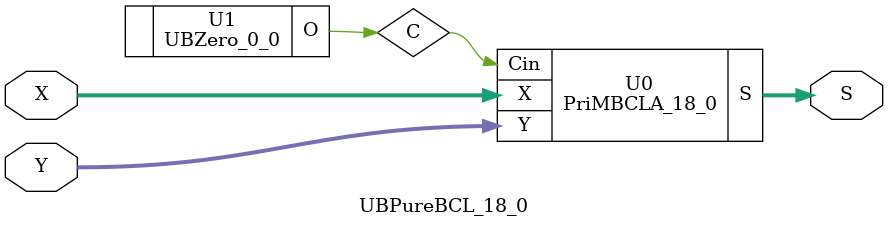
<source format=v>
/*----------------------------------------------------------------------------
  Copyright (c) 2021 Homma laboratory. All rights reserved.

  Top module: UBBCL_18_0_18_0

  Operand-1 length: 19
  Operand-2 length: 19
  Two-operand addition algorithm: Block carry look-ahead adder
----------------------------------------------------------------------------*/

module GPGenerator(Go, Po, A, B);
  output Go;
  output Po;
  input A;
  input B;
  assign Go = A & B;
  assign Po = A ^ B;
endmodule

module BCLAU_4(Go, Po, G, P, Cin);
  output Go;
  output Po;
  input Cin;
  input [3:0] G;
  input [3:0] P;
  assign Po = P[0] & P[1] & P[2] & P[3];
  assign Go = G[3] | ( P[3] & G[2] ) | ( P[3] & P[2] & G[1] ) | ( P[3] & P[2] & P[1] & G[0] );
endmodule

module BCLAlU_4(Go, Po, S, X, Y, Cin);
  output Go;
  output Po;
  output [3:0] S;
  input Cin;
  input [3:0] X;
  input [3:0] Y;
  wire [3:1] C;
  wire [3:0] G;
  wire [3:0] P;
  assign C[1] = G[0] | ( P[0] & Cin );
  assign C[2] = G[1] | ( P[1] & C[1] );
  assign C[3] = G[2] | ( P[2] & C[2] );
  assign S[0] = P[0] ^ Cin;
  assign S[1] = P[1] ^ C[1];
  assign S[2] = P[2] ^ C[2];
  assign S[3] = P[3] ^ C[3];
  GPGenerator U0 (G[0], P[0], X[0], Y[0]);
  GPGenerator U1 (G[1], P[1], X[1], Y[1]);
  GPGenerator U2 (G[2], P[2], X[2], Y[2]);
  GPGenerator U3 (G[3], P[3], X[3], Y[3]);
  BCLAU_4 U4 (Go, Po, G, P, Cin);
endmodule

module BCLAU_3(Go, Po, G, P, Cin);
  output Go;
  output Po;
  input Cin;
  input [2:0] G;
  input [2:0] P;
  assign Po = P[0] & P[1] & P[2];
  assign Go = G[2] | ( P[2] & G[1] ) | ( P[2] & P[1] & G[0] );
endmodule

module BCLAlU_3(Go, Po, S, X, Y, Cin);
  output Go;
  output Po;
  output [2:0] S;
  input Cin;
  input [2:0] X;
  input [2:0] Y;
  wire [2:1] C;
  wire [2:0] G;
  wire [2:0] P;
  assign C[1] = G[0] | ( P[0] & Cin );
  assign C[2] = G[1] | ( P[1] & C[1] );
  assign S[0] = P[0] ^ Cin;
  assign S[1] = P[1] ^ C[1];
  assign S[2] = P[2] ^ C[2];
  GPGenerator U0 (G[0], P[0], X[0], Y[0]);
  GPGenerator U1 (G[1], P[1], X[1], Y[1]);
  GPGenerator U2 (G[2], P[2], X[2], Y[2]);
  BCLAU_3 U3 (Go, Po, G, P, Cin);
endmodule

module BCLAU_1(Go, Po, G, P, Cin);
  output Go;
  output Po;
  input Cin;
  input G;
  input P;
  assign Po = P;
  assign Go = G;
endmodule

module PriMBCLA_18_0(S, X, Y, Cin);
  output [19:0] S;
  input Cin;
  input [18:0] X;
  input [18:0] Y;
  wire [4:0] C1;
  wire [1:0] C2;
  wire [4:0] G1;
  wire [1:0] G2;
  wire [4:0] P1;
  wire [1:0] P2;
  assign C1[0] = C2[0];
  assign C1[1] = G1[0] | ( P1[0] & C1[0] );
  assign C1[2] = G1[1] | ( P1[1] & C1[1] );
  assign C1[3] = G1[2] | ( P1[2] & C1[2] );
  assign C1[4] = C2[1];
  assign C2[0] = Cin;
  assign C2[1] = G2[0] | ( P2[0] & C2[0] );
  assign S[19] = G2[1] | ( P2[1] & C2[1] );
  BCLAlU_4 U0 (G1[0], P1[0], S[3:0], X[3:0], Y[3:0], C1[0]);
  BCLAlU_4 U1 (G1[1], P1[1], S[7:4], X[7:4], Y[7:4], C1[1]);
  BCLAlU_4 U2 (G1[2], P1[2], S[11:8], X[11:8], Y[11:8], C1[2]);
  BCLAlU_4 U3 (G1[3], P1[3], S[15:12], X[15:12], Y[15:12], C1[3]);
  BCLAlU_3 U4 (G1[4], P1[4], S[18:16], X[18:16], Y[18:16], C1[4]);
  BCLAU_4 U5 (G2[0], P2[0], G1[3:0], P1[3:0], C2[0]);
  BCLAU_1 U6 (G2[1], P2[1], G1[4], P1[4], C2[1]);
endmodule

module UBZero_0_0(O);
  output [0:0] O;
  assign O[0] = 0;
endmodule

module UBBCL_18_0_18_0 (S, X, Y);
  output [19:0] S;
  input [18:0] X;
  input [18:0] Y;
  UBPureBCL_18_0 U0 (S[19:0], X[18:0], Y[18:0]);
endmodule

module UBPureBCL_18_0 (S, X, Y);
  output [19:0] S;
  input [18:0] X;
  input [18:0] Y;
  wire C;
  PriMBCLA_18_0 U0 (S, X, Y, C);
  UBZero_0_0 U1 (C);
endmodule


</source>
